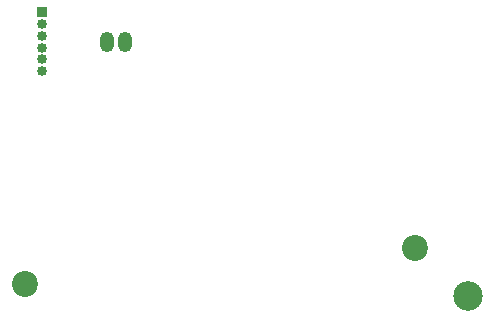
<source format=gbr>
G04 #@! TF.GenerationSoftware,KiCad,Pcbnew,5.1.8*
G04 #@! TF.CreationDate,2020-11-29T11:20:09+01:00*
G04 #@! TF.ProjectId,mssculpt,6d737363-756c-4707-942e-6b696361645f,rev?*
G04 #@! TF.SameCoordinates,Original*
G04 #@! TF.FileFunction,Soldermask,Bot*
G04 #@! TF.FilePolarity,Negative*
%FSLAX46Y46*%
G04 Gerber Fmt 4.6, Leading zero omitted, Abs format (unit mm)*
G04 Created by KiCad (PCBNEW 5.1.8) date 2020-11-29 11:20:09*
%MOMM*%
%LPD*%
G01*
G04 APERTURE LIST*
%ADD10O,1.200000X1.750000*%
%ADD11C,2.500000*%
%ADD12C,2.200000*%
%ADD13R,0.850000X0.850000*%
%ADD14O,0.850000X0.850000*%
G04 APERTURE END LIST*
D10*
X162500000Y-88500000D03*
X164000000Y-88500000D03*
D11*
X193000000Y-110000000D03*
D12*
X188500000Y-106000000D03*
X155500000Y-109000000D03*
D13*
X157000000Y-86000000D03*
D14*
X157000000Y-87000000D03*
X157000000Y-88000000D03*
X157000000Y-89000000D03*
X157000000Y-90000000D03*
X157000000Y-91000000D03*
M02*

</source>
